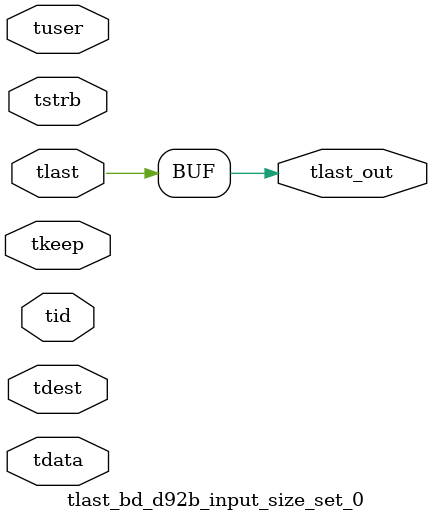
<source format=v>


`timescale 1ps/1ps

module tlast_bd_d92b_input_size_set_0 #
(
parameter C_S_AXIS_TID_WIDTH   = 1,
parameter C_S_AXIS_TUSER_WIDTH = 0,
parameter C_S_AXIS_TDATA_WIDTH = 0,
parameter C_S_AXIS_TDEST_WIDTH = 0
)
(
input  [(C_S_AXIS_TID_WIDTH   == 0 ? 1 : C_S_AXIS_TID_WIDTH)-1:0       ] tid,
input  [(C_S_AXIS_TDATA_WIDTH == 0 ? 1 : C_S_AXIS_TDATA_WIDTH)-1:0     ] tdata,
input  [(C_S_AXIS_TUSER_WIDTH == 0 ? 1 : C_S_AXIS_TUSER_WIDTH)-1:0     ] tuser,
input  [(C_S_AXIS_TDEST_WIDTH == 0 ? 1 : C_S_AXIS_TDEST_WIDTH)-1:0     ] tdest,
input  [(C_S_AXIS_TDATA_WIDTH/8)-1:0 ] tkeep,
input  [(C_S_AXIS_TDATA_WIDTH/8)-1:0 ] tstrb,
input  [0:0]                                                             tlast,
output                                                                   tlast_out
);

assign tlast_out = {tlast};

endmodule


</source>
